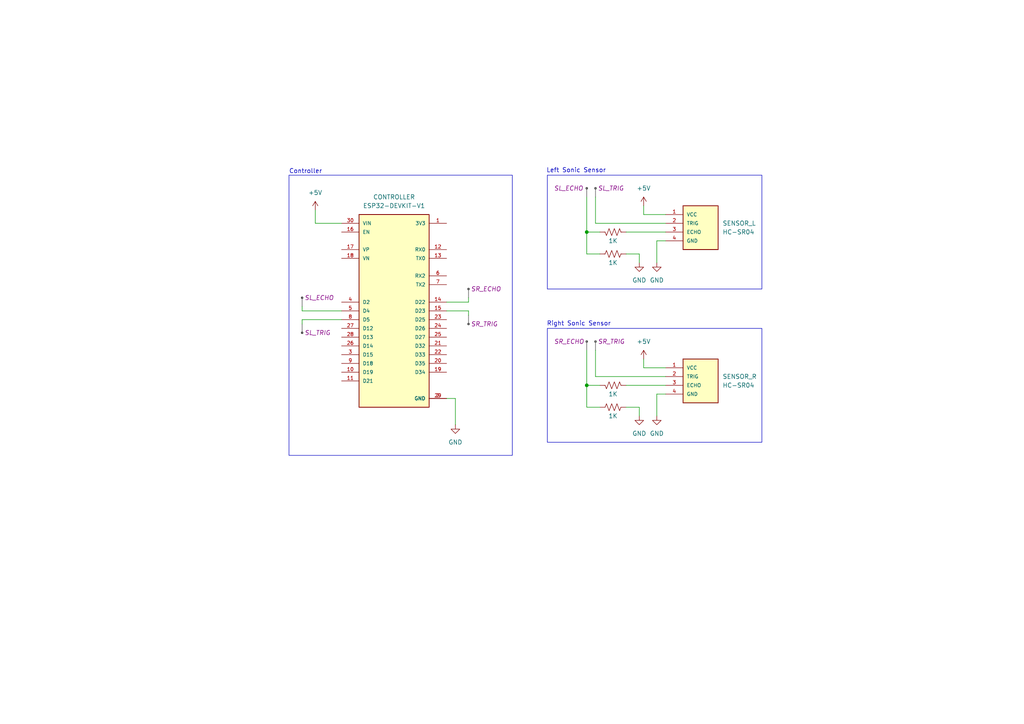
<source format=kicad_sch>
(kicad_sch (version 20231120) (generator "eeschema") (generator_version "8.0")
  (paper "A4")
  (lib_symbols
    (symbol "Device:R_US" (pin_numbers hide) (pin_names (offset 0))
      (property "Reference" "R" (at 2.54 0 90))
      (property "Value" "R_US" (at -2.54 0 90))
      (symbol "R_US_0_1"
        (polyline (pts (xy 0 -2.286) (xy 0 -2.54)))
        (polyline (pts (xy 0 2.286) (xy 0 2.54)))
        (polyline (pts (xy 0 -0.762) (xy 1.016 -1.143) (xy 0 -1.524) (xy -1.016 -1.905) (xy 0 -2.286)))
        (polyline (pts (xy 0 0.762) (xy 1.016 0.381) (xy 0 0) (xy -1.016 -0.381) (xy 0 -0.762)))
        (polyline (pts (xy 0 2.286) (xy 1.016 1.905) (xy 0 1.524) (xy -1.016 1.143) (xy 0 0.762)))
      )
      (symbol "R_US_1_1"
        (pin passive line (at 0 3.81 270) (length 1.27) (name "~") (number "1"))
        (pin passive line (at 0 -3.81 90) (length 1.27) (name "~") (number "2"))
      )
    )
    (symbol "ESP32-DEVKIT-V1:ESP32-DEVKIT-V1" (pin_names (offset 1.016))
      (property "Reference" "U" (at -10.16 30.48 0))
      (property "Value" "ESP32-DEVKIT-V1" (at -10.16 -30.48 0))
      (symbol "ESP32-DEVKIT-V1_0_0"
        (rectangle (start -10.16 -27.94) (end 10.16 27.94) (stroke (width 0.254)) (fill (type background)))
        (pin output line (at 15.24 25.4 180) (length 5.08) (name "3V3") (number "1"))
        (pin bidirectional line (at -15.24 -17.78 0) (length 5.08) (name "D19") (number "10"))
        (pin bidirectional line (at -15.24 -20.32 0) (length 5.08) (name "D21") (number "11"))
        (pin input line (at 15.24 17.78 180) (length 5.08) (name "RX0") (number "12"))
        (pin output line (at 15.24 15.24 180) (length 5.08) (name "TX0") (number "13"))
        (pin bidirectional line (at 15.24 2.54 180) (length 5.08) (name "D22") (number "14"))
        (pin bidirectional line (at 15.24 0 180) (length 5.08) (name "D23") (number "15"))
        (pin input line (at -15.24 22.86 0) (length 5.08) (name "EN") (number "16"))
        (pin bidirectional line (at -15.24 17.78 0) (length 5.08) (name "VP") (number "17"))
        (pin bidirectional line (at -15.24 15.24 0) (length 5.08) (name "VN") (number "18"))
        (pin bidirectional line (at 15.24 -17.78 180) (length 5.08) (name "D34") (number "19"))
        (pin power_in line (at 15.24 -25.4 180) (length 5.08) (name "GND") (number "2"))
        (pin bidirectional line (at 15.24 -15.24 180) (length 5.08) (name "D35") (number "20"))
        (pin bidirectional line (at 15.24 -10.16 180) (length 5.08) (name "D32") (number "21"))
        (pin bidirectional line (at 15.24 -12.7 180) (length 5.08) (name "D33") (number "22"))
        (pin bidirectional line (at 15.24 -2.54 180) (length 5.08) (name "D25") (number "23"))
        (pin bidirectional line (at 15.24 -5.08 180) (length 5.08) (name "D26") (number "24"))
        (pin bidirectional line (at 15.24 -7.62 180) (length 5.08) (name "D27") (number "25"))
        (pin bidirectional line (at -15.24 -10.16 0) (length 5.08) (name "D14") (number "26"))
        (pin bidirectional line (at -15.24 -5.08 0) (length 5.08) (name "D12") (number "27"))
        (pin bidirectional line (at -15.24 -7.62 0) (length 5.08) (name "D13") (number "28"))
        (pin power_in line (at 15.24 -25.4 180) (length 5.08) (name "GND") (number "29"))
        (pin bidirectional line (at -15.24 -12.7 0) (length 5.08) (name "D15") (number "3"))
        (pin input line (at -15.24 25.4 0) (length 5.08) (name "VIN") (number "30"))
        (pin bidirectional line (at -15.24 2.54 0) (length 5.08) (name "D2") (number "4"))
        (pin bidirectional line (at -15.24 0 0) (length 5.08) (name "D4") (number "5"))
        (pin input line (at 15.24 10.16 180) (length 5.08) (name "RX2") (number "6"))
        (pin output line (at 15.24 7.62 180) (length 5.08) (name "TX2") (number "7"))
        (pin bidirectional line (at -15.24 -2.54 0) (length 5.08) (name "D5") (number "8"))
        (pin bidirectional line (at -15.24 -15.24 0) (length 5.08) (name "D18") (number "9"))
      )
    )
    (symbol "HC-SR04:HC-SR04" (pin_names (offset 1.016))
      (property "Reference" "U" (at 0 5.0813 0))
      (property "Value" "HC-SR04" (at 0 -10.163 0))
      (symbol "HC-SR04_0_0"
        (rectangle (start 0 -7.62) (end 10.16 5.08) (stroke (width 0.254)) (fill (type background)))
        (pin power_in line (at -5.08 2.54 0) (length 5.08) (name "VCC") (number "1"))
        (pin bidirectional line (at -5.08 0 0) (length 5.08) (name "TRIG") (number "2"))
        (pin bidirectional line (at -5.08 -2.54 0) (length 5.08) (name "ECHO") (number "3"))
        (pin power_in line (at -5.08 -5.08 0) (length 5.08) (name "GND") (number "4"))
      )
    )
    (symbol "power:+5V" (power) (pin_numbers hide) (pin_names (offset 0) hide)
      (property "Value" "+5V" (at 0 3.556 0))
      (symbol "+5V_0_1"
        (polyline (pts (xy -0.762 1.27) (xy 0 2.54)))
        (polyline (pts (xy 0 0) (xy 0 2.54)))
        (polyline (pts (xy 0 2.54) (xy 0.762 1.27)))
      )
      (symbol "+5V_1_1"
        (pin power_in line (at 0 0 90) (length 0) (name "~") (number "1"))
      )
    )
    (symbol "power:GND" (power) (pin_numbers hide) (pin_names (offset 0) hide)
      (property "Value" "GND" (at 0 -3.81 0))
      (symbol "GND_0_1"
        (polyline (pts (xy 0 0) (xy 0 -1.27) (xy 1.27 -1.27) (xy 0 -2.54) (xy -1.27 -1.27) (xy 0 -1.27)))
      )
      (symbol "GND_1_1"
        (pin power_in line (at 0 0 270) (length 0) (name "~") (number "1"))
      )
    )
  )
  (junction (at 170.18 111.76))
  (junction (at 170.18 67.31))
  (wire (pts (xy 172.72 64.77) (xy 193.04 64.77)))
  (wire (pts (xy 186.69 59.69) (xy 186.69 62.23)))
  (wire (pts (xy 190.5 76.2) (xy 190.5 69.85)))
  (wire (pts (xy 186.69 62.23) (xy 193.04 62.23)))
  (wire (pts (xy 172.72 101.6) (xy 172.72 109.22)))
  (wire (pts (xy 135.89 86.36) (xy 135.89 87.63)))
  (wire (pts (xy 170.18 111.76) (xy 173.99 111.76)))
  (wire (pts (xy 129.54 87.63) (xy 135.89 87.63)))
  (wire (pts (xy 185.42 73.66) (xy 181.61 73.66)))
  (wire (pts (xy 135.89 90.17) (xy 135.89 91.44)))
  (wire (pts (xy 190.5 69.85) (xy 193.04 69.85)))
  (wire (pts (xy 181.61 111.76) (xy 193.04 111.76)))
  (wire (pts (xy 181.61 67.31) (xy 193.04 67.31)))
  (wire (pts (xy 186.69 104.14) (xy 186.69 106.68)))
  (wire (pts (xy 129.54 90.17) (xy 135.89 90.17)))
  (wire (pts (xy 170.18 57.15) (xy 170.18 67.31)))
  (wire (pts (xy 132.08 123.19) (xy 132.08 115.57)))
  (wire (pts (xy 173.99 118.11) (xy 170.18 118.11)))
  (wire (pts (xy 173.99 73.66) (xy 170.18 73.66)))
  (wire (pts (xy 186.69 106.68) (xy 193.04 106.68)))
  (wire (pts (xy 91.44 60.96) (xy 91.44 64.77)))
  (wire (pts (xy 172.72 109.22) (xy 193.04 109.22)))
  (wire (pts (xy 87.63 88.9) (xy 87.63 90.17)))
  (wire (pts (xy 87.63 93.98) (xy 87.63 92.71)))
  (wire (pts (xy 170.18 67.31) (xy 173.99 67.31)))
  (wire (pts (xy 190.5 114.3) (xy 193.04 114.3)))
  (wire (pts (xy 170.18 67.31) (xy 170.18 73.66)))
  (wire (pts (xy 87.63 92.71) (xy 99.06 92.71)))
  (wire (pts (xy 132.08 115.57) (xy 129.54 115.57)))
  (wire (pts (xy 185.42 120.65) (xy 185.42 118.11)))
  (wire (pts (xy 170.18 101.6) (xy 170.18 111.76)))
  (wire (pts (xy 185.42 118.11) (xy 181.61 118.11)))
  (wire (pts (xy 190.5 120.65) (xy 190.5 114.3)))
  (wire (pts (xy 99.06 90.17) (xy 87.63 90.17)))
  (wire (pts (xy 91.44 64.77) (xy 99.06 64.77)))
  (wire (pts (xy 172.72 57.15) (xy 172.72 64.77)))
  (wire (pts (xy 185.42 76.2) (xy 185.42 73.66)))
  (wire (pts (xy 170.18 111.76) (xy 170.18 118.11)))
  (rectangle (start 158.75 50.8) (end 220.98 83.82))
  (rectangle (start 158.75 95.25) (end 220.98 128.27))
  (rectangle (start 83.82 50.8) (end 148.59 132.08))
  (text "Right Sonic Sensor" (at 167.894 93.98 0) (effects (font (size 1.27 1.27))))
  (text "Controller" (at 88.646 49.784 0) (effects (font (size 1.27 1.27))))
  (text "Left Sonic Sensor" (at 167.132 49.53 0) (effects (font (size 1.27 1.27))))
  (netclass_flag "" (length 2.54) (shape dot) (at 172.72 57.15 0) (property "Netclass" "SL_TRIG" (at 173.4185 54.61 0) (effects (font (italic yes)) (justify left))))
  (netclass_flag "" (length 2.54) (shape dot) (at 135.89 86.36 0) (property "Netclass" "SR_ECHO" (at 136.5885 83.82 0) (effects (font (italic yes)) (justify left))))
  (netclass_flag "" (length 2.54) (shape dot) (at 87.63 88.9 0) (property "Netclass" "SL_ECHO" (at 88.3285 86.36 0) (effects (font (italic yes)) (justify left))))
  (netclass_flag "" (length 2.54) (shape dot) (at 170.18 57.15 0) (property "Netclass" "SL_ECHO" (at 169.164 54.61 0) (effects (font (italic yes)) (justify right))))
  (netclass_flag "" (length 2.54) (shape dot) (at 135.89 91.44 180) (property "Netclass" "SR_TRIG" (at 136.5885 93.98 0) (effects (font (italic yes)) (justify left))))
  (netclass_flag "" (length 2.54) (shape dot) (at 87.63 93.98 180) (property "Netclass" "SL_TRIG" (at 88.3285 96.52 0) (effects (font (italic yes)) (justify left))))
  (netclass_flag "" (length 2.54) (shape dot) (at 170.18 101.6 0) (property "Netclass" "SR_ECHO" (at 169.418 99.06 0) (effects (font (italic yes)) (justify right))))
  (netclass_flag "" (length 2.54) (shape dot) (at 172.72 101.6 0) (property "Netclass" "SR_TRIG" (at 173.4185 99.06 0) (effects (font (italic yes)) (justify left))))
  (symbol (lib_id "power:GND") (at 185.42 120.65 0) (unit 1)
    (property "Reference" "#PWR03" (effects (hide yes)))
    (property "Value" "GND" (at 185.42 125.73 0))
    (property "Description" "Power symbol creates a global label with name \"GND\" , ground" (effects (hide yes)))
  )
  (symbol (lib_id "power:GND") (at 132.08 123.19 0) (unit 1)
    (property "Reference" "#PWR04" (effects (hide yes)))
    (property "Value" "GND" (at 132.08 128.27 0))
    (property "Description" "Power symbol creates a global label with name \"GND\" , ground" (effects (hide yes)))
  )
  (symbol (lib_id "Device:R_US") (at 177.8 111.76 90) (mirror x) (unit 1)
    (property "Reference" "R3" (effects (hide yes)))
    (property "Value" "1K" (at 177.8 114.3 90))
    (property "Description" "Resistor, US symbol" (effects (hide yes)))
  )
  (symbol (lib_id "Device:R_US") (at 177.8 73.66 270) (unit 1)
    (property "Reference" "R2" (effects (hide yes)))
    (property "Value" "1K" (at 177.8 76.2 90))
    (property "Description" "Resistor, US symbol" (effects (hide yes)))
  )
  (symbol (lib_id "ESP32-DEVKIT-V1:ESP32-DEVKIT-V1") (at 114.3 90.17 0) (unit 1)
    (property "Reference" "CONTROLLER" (at 114.3 57.15 0))
    (property "Value" "ESP32-DEVKIT-V1" (at 114.3 59.69 0))
    (property "Footprint" "ESP32-DEVKIT-V1:MODULE_ESP32_DEVKIT_V1" (effects (hide yes)))
    (property "MF" "Do it" (effects (hide yes)))
    (property "MAXIMUM_PACKAGE_HEIGHT" "6.8 mm" (effects (hide yes)))
    (property "Package" "None" (effects (hide yes)))
    (property "Price" "None" (effects (hide yes)))
    (property "Check_prices" "https://www.snapeda.com/parts/ESP32-DEVKIT-V1/Do+it/view-part/?ref=eda" (effects (hide yes)))
    (property "STANDARD" "Manufacturer Recommendations" (effects (hide yes)))
    (property "PARTREV" "N/A" (effects (hide yes)))
    (property "SnapEDA_Link" "https://www.snapeda.com/parts/ESP32-DEVKIT-V1/Do+it/view-part/?ref=snap" (effects (hide yes)))
    (property "MP" "ESP32-DEVKIT-V1" (effects (hide yes)))
    (property "Description_1" "\nDual core, Wi-Fi: 2.4 GHz up to 150 Mbits/s,BLE (Bluetooth Low Energy) and legacy Bluetooth, 32 bits, Up to 240 MHz\n" (effects (hide yes)))
    (property "Availability" "Not in stock" (effects (hide yes)))
    (property "MANUFACTURER" "DOIT" (effects (hide yes)))
  )
  (symbol (lib_id "power:+5V") (at 186.69 59.69 0) (unit 1)
    (property "Reference" "#PWR05" (effects (hide yes)))
    (property "Value" "+5V" (at 186.69 54.61 0))
    (property "Description" "Power symbol creates a global label with name \"+5V\"" (effects (hide yes)))
  )
  (symbol (lib_id "HC-SR04:HC-SR04") (at 198.12 64.77 0) (unit 1)
    (property "Reference" "SENSOR_L" (at 209.55 64.7699 0) (effects (justify left)))
    (property "Value" "HC-SR04" (at 209.55 67.3099 0) (effects (justify left)))
    (property "Footprint" "HC-SR04:XCVR_HC-SR04" (effects (hide yes)))
    (property "MF" "OSEPP Electronics LTD" (effects (hide yes)))
    (property "Description_1" "\nUltrasonic Sensor Module,Rectangular,20-4000 mm,5 V,15 mA,Arduino Compatible | OSEPP HC-SR04\n" (effects (hide yes)))
    (property "Package" "None" (effects (hide yes)))
    (property "Price" "None" (effects (hide yes)))
    (property "Check_prices" "https://www.snapeda.com/parts/HC-SR04/Applied+Avionics/view-part/?ref=eda" (effects (hide yes)))
    (property "SnapEDA_Link" "https://www.snapeda.com/parts/HC-SR04/Applied+Avionics/view-part/?ref=snap" (effects (hide yes)))
    (property "MP" "HC-SR04" (effects (hide yes)))
    (property "Purchase-URL" "https://www.snapeda.com/api/url_track_click_mouser/?unipart_id=4702917&manufacturer=OSEPP Electronics LTD&part_name=HC-SR04&search_term=hc-sr04" (effects (hide yes)))
    (property "Availability" "In Stock" (effects (hide yes)))
    (property "MANUFACTURER" "Osepp" (effects (hide yes)))
  )
  (symbol (lib_id "Device:R_US") (at 177.8 118.11 270) (unit 1)
    (property "Reference" "R4" (effects (hide yes)))
    (property "Value" "1K" (at 177.8 120.65 90))
    (property "Description" "Resistor, US symbol" (effects (hide yes)))
  )
  (symbol (lib_id "HC-SR04:HC-SR04") (at 198.12 109.22 0) (unit 1)
    (property "Reference" "SENSOR_R" (at 209.55 109.2199 0) (effects (justify left)))
    (property "Value" "HC-SR04" (at 209.55 111.7599 0) (effects (justify left)))
    (property "Footprint" "HC-SR04:XCVR_HC-SR04" (effects (hide yes)))
    (property "MF" "OSEPP Electronics LTD" (effects (hide yes)))
    (property "Description_1" "\nUltrasonic Sensor Module,Rectangular,20-4000 mm,5 V,15 mA,Arduino Compatible | OSEPP HC-SR04\n" (effects (hide yes)))
    (property "Package" "None" (effects (hide yes)))
    (property "Price" "None" (effects (hide yes)))
    (property "Check_prices" "https://www.snapeda.com/parts/HC-SR04/Applied+Avionics/view-part/?ref=eda" (effects (hide yes)))
    (property "SnapEDA_Link" "https://www.snapeda.com/parts/HC-SR04/Applied+Avionics/view-part/?ref=snap" (effects (hide yes)))
    (property "MP" "HC-SR04" (effects (hide yes)))
    (property "Purchase-URL" "https://www.snapeda.com/api/url_track_click_mouser/?unipart_id=4702917&manufacturer=OSEPP Electronics LTD&part_name=HC-SR04&search_term=hc-sr04" (effects (hide yes)))
    (property "Availability" "In Stock" (effects (hide yes)))
    (property "MANUFACTURER" "Osepp" (effects (hide yes)))
  )
  (symbol (lib_id "power:+5V") (at 186.69 104.14 0) (unit 1)
    (property "Reference" "#PWR06" (effects (hide yes)))
    (property "Value" "+5V" (at 186.69 99.06 0))
    (property "Description" "Power symbol creates a global label with name \"+5V\"" (effects (hide yes)))
  )
  (symbol (lib_id "Device:R_US") (at 177.8 67.31 90) (mirror x) (unit 1)
    (property "Reference" "R1" (effects (hide yes)))
    (property "Value" "1K" (at 177.8 69.85 90))
    (property "Description" "Resistor, US symbol" (effects (hide yes)))
  )
  (symbol (lib_id "power:GND") (at 190.5 76.2 0) (unit 1)
    (property "Reference" "#PWR07" (effects (hide yes)))
    (property "Value" "GND" (at 190.5 81.28 0))
    (property "Description" "Power symbol creates a global label with name \"GND\" , ground" (effects (hide yes)))
  )
  (symbol (lib_id "power:+5V") (at 91.44 60.96 0) (unit 1)
    (property "Reference" "#PWR02" (effects (hide yes)))
    (property "Value" "+5V" (at 91.44 55.88 0))
    (property "Description" "Power symbol creates a global label with name \"+5V\"" (effects (hide yes)))
  )
  (symbol (lib_id "power:GND") (at 190.5 120.65 0) (unit 1)
    (property "Reference" "#PWR08" (effects (hide yes)))
    (property "Value" "GND" (at 190.5 125.73 0))
    (property "Description" "Power symbol creates a global label with name \"GND\" , ground" (effects (hide yes)))
  )
  (symbol (lib_id "power:GND") (at 185.42 76.2 0) (unit 1)
    (property "Reference" "#PWR01" (effects (hide yes)))
    (property "Value" "GND" (at 185.42 81.28 0))
    (property "Description" "Power symbol creates a global label with name \"GND\" , ground" (effects (hide yes)))
  )
)
</source>
